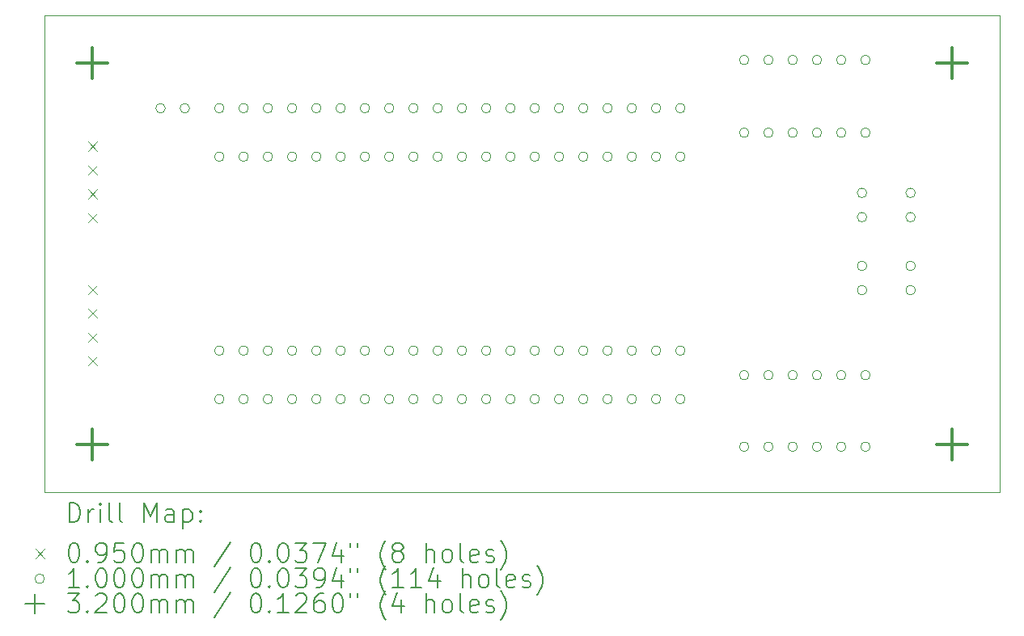
<source format=gbr>
%TF.GenerationSoftware,KiCad,Pcbnew,7.0.5*%
%TF.CreationDate,2023-06-29T23:29:49-06:00*%
%TF.ProjectId,speedy-breakout,73706565-6479-42d6-9272-65616b6f7574,1.0*%
%TF.SameCoordinates,Original*%
%TF.FileFunction,Drillmap*%
%TF.FilePolarity,Positive*%
%FSLAX45Y45*%
G04 Gerber Fmt 4.5, Leading zero omitted, Abs format (unit mm)*
G04 Created by KiCad (PCBNEW 7.0.5) date 2023-06-29 23:29:49*
%MOMM*%
%LPD*%
G01*
G04 APERTURE LIST*
%ADD10C,0.025400*%
%ADD11C,0.200000*%
%ADD12C,0.095000*%
%ADD13C,0.100000*%
%ADD14C,0.320000*%
G04 APERTURE END LIST*
D10*
X10000000Y-7500000D02*
X20000000Y-7500000D01*
X20000000Y-12500000D01*
X10000000Y-12500000D01*
X10000000Y-7500000D01*
D11*
D12*
X10452500Y-8827500D02*
X10547500Y-8922500D01*
X10547500Y-8827500D02*
X10452500Y-8922500D01*
X10452500Y-9077500D02*
X10547500Y-9172500D01*
X10547500Y-9077500D02*
X10452500Y-9172500D01*
X10452500Y-9327500D02*
X10547500Y-9422500D01*
X10547500Y-9327500D02*
X10452500Y-9422500D01*
X10452500Y-9577500D02*
X10547500Y-9672500D01*
X10547500Y-9577500D02*
X10452500Y-9672500D01*
X10452500Y-10327500D02*
X10547500Y-10422500D01*
X10547500Y-10327500D02*
X10452500Y-10422500D01*
X10452500Y-10577500D02*
X10547500Y-10672500D01*
X10547500Y-10577500D02*
X10452500Y-10672500D01*
X10452500Y-10827500D02*
X10547500Y-10922500D01*
X10547500Y-10827500D02*
X10452500Y-10922500D01*
X10452500Y-11077500D02*
X10547500Y-11172500D01*
X10547500Y-11077500D02*
X10452500Y-11172500D01*
D13*
X11263500Y-8476040D02*
G75*
G03*
X11263500Y-8476040I-50000J0D01*
G01*
X11517500Y-8476040D02*
G75*
G03*
X11517500Y-8476040I-50000J0D01*
G01*
X11879220Y-8476040D02*
G75*
G03*
X11879220Y-8476040I-50000J0D01*
G01*
X11879220Y-8984040D02*
G75*
G03*
X11879220Y-8984040I-50000J0D01*
G01*
X11879220Y-11016040D02*
G75*
G03*
X11879220Y-11016040I-50000J0D01*
G01*
X11879220Y-11524040D02*
G75*
G03*
X11879220Y-11524040I-50000J0D01*
G01*
X12133220Y-8476040D02*
G75*
G03*
X12133220Y-8476040I-50000J0D01*
G01*
X12133220Y-8984040D02*
G75*
G03*
X12133220Y-8984040I-50000J0D01*
G01*
X12133220Y-11016040D02*
G75*
G03*
X12133220Y-11016040I-50000J0D01*
G01*
X12133220Y-11524040D02*
G75*
G03*
X12133220Y-11524040I-50000J0D01*
G01*
X12387220Y-8476040D02*
G75*
G03*
X12387220Y-8476040I-50000J0D01*
G01*
X12387220Y-8984040D02*
G75*
G03*
X12387220Y-8984040I-50000J0D01*
G01*
X12387220Y-11016040D02*
G75*
G03*
X12387220Y-11016040I-50000J0D01*
G01*
X12387220Y-11524040D02*
G75*
G03*
X12387220Y-11524040I-50000J0D01*
G01*
X12641220Y-8476040D02*
G75*
G03*
X12641220Y-8476040I-50000J0D01*
G01*
X12641220Y-8984040D02*
G75*
G03*
X12641220Y-8984040I-50000J0D01*
G01*
X12641220Y-11016040D02*
G75*
G03*
X12641220Y-11016040I-50000J0D01*
G01*
X12641220Y-11524040D02*
G75*
G03*
X12641220Y-11524040I-50000J0D01*
G01*
X12895220Y-8476040D02*
G75*
G03*
X12895220Y-8476040I-50000J0D01*
G01*
X12895220Y-8984040D02*
G75*
G03*
X12895220Y-8984040I-50000J0D01*
G01*
X12895220Y-11016040D02*
G75*
G03*
X12895220Y-11016040I-50000J0D01*
G01*
X12895220Y-11524040D02*
G75*
G03*
X12895220Y-11524040I-50000J0D01*
G01*
X13149220Y-8476040D02*
G75*
G03*
X13149220Y-8476040I-50000J0D01*
G01*
X13149220Y-8984040D02*
G75*
G03*
X13149220Y-8984040I-50000J0D01*
G01*
X13149220Y-11016040D02*
G75*
G03*
X13149220Y-11016040I-50000J0D01*
G01*
X13149220Y-11524040D02*
G75*
G03*
X13149220Y-11524040I-50000J0D01*
G01*
X13403220Y-8476040D02*
G75*
G03*
X13403220Y-8476040I-50000J0D01*
G01*
X13403220Y-8984040D02*
G75*
G03*
X13403220Y-8984040I-50000J0D01*
G01*
X13403220Y-11016040D02*
G75*
G03*
X13403220Y-11016040I-50000J0D01*
G01*
X13403220Y-11524040D02*
G75*
G03*
X13403220Y-11524040I-50000J0D01*
G01*
X13657220Y-8476040D02*
G75*
G03*
X13657220Y-8476040I-50000J0D01*
G01*
X13657220Y-8984040D02*
G75*
G03*
X13657220Y-8984040I-50000J0D01*
G01*
X13657220Y-11016040D02*
G75*
G03*
X13657220Y-11016040I-50000J0D01*
G01*
X13657220Y-11524040D02*
G75*
G03*
X13657220Y-11524040I-50000J0D01*
G01*
X13911220Y-8476040D02*
G75*
G03*
X13911220Y-8476040I-50000J0D01*
G01*
X13911220Y-8984040D02*
G75*
G03*
X13911220Y-8984040I-50000J0D01*
G01*
X13911220Y-11016040D02*
G75*
G03*
X13911220Y-11016040I-50000J0D01*
G01*
X13911220Y-11524040D02*
G75*
G03*
X13911220Y-11524040I-50000J0D01*
G01*
X14165220Y-8476040D02*
G75*
G03*
X14165220Y-8476040I-50000J0D01*
G01*
X14165220Y-8984040D02*
G75*
G03*
X14165220Y-8984040I-50000J0D01*
G01*
X14165220Y-11016040D02*
G75*
G03*
X14165220Y-11016040I-50000J0D01*
G01*
X14165220Y-11524040D02*
G75*
G03*
X14165220Y-11524040I-50000J0D01*
G01*
X14419220Y-8476040D02*
G75*
G03*
X14419220Y-8476040I-50000J0D01*
G01*
X14419220Y-8984040D02*
G75*
G03*
X14419220Y-8984040I-50000J0D01*
G01*
X14419220Y-11016040D02*
G75*
G03*
X14419220Y-11016040I-50000J0D01*
G01*
X14419220Y-11524040D02*
G75*
G03*
X14419220Y-11524040I-50000J0D01*
G01*
X14673220Y-8476040D02*
G75*
G03*
X14673220Y-8476040I-50000J0D01*
G01*
X14673220Y-8984040D02*
G75*
G03*
X14673220Y-8984040I-50000J0D01*
G01*
X14673220Y-11016040D02*
G75*
G03*
X14673220Y-11016040I-50000J0D01*
G01*
X14673220Y-11524040D02*
G75*
G03*
X14673220Y-11524040I-50000J0D01*
G01*
X14927220Y-8476040D02*
G75*
G03*
X14927220Y-8476040I-50000J0D01*
G01*
X14927220Y-8984040D02*
G75*
G03*
X14927220Y-8984040I-50000J0D01*
G01*
X14927220Y-11016040D02*
G75*
G03*
X14927220Y-11016040I-50000J0D01*
G01*
X14927220Y-11524040D02*
G75*
G03*
X14927220Y-11524040I-50000J0D01*
G01*
X15181220Y-8476040D02*
G75*
G03*
X15181220Y-8476040I-50000J0D01*
G01*
X15181220Y-8984040D02*
G75*
G03*
X15181220Y-8984040I-50000J0D01*
G01*
X15181220Y-11016040D02*
G75*
G03*
X15181220Y-11016040I-50000J0D01*
G01*
X15181220Y-11524040D02*
G75*
G03*
X15181220Y-11524040I-50000J0D01*
G01*
X15435220Y-8476040D02*
G75*
G03*
X15435220Y-8476040I-50000J0D01*
G01*
X15435220Y-8984040D02*
G75*
G03*
X15435220Y-8984040I-50000J0D01*
G01*
X15435220Y-11016040D02*
G75*
G03*
X15435220Y-11016040I-50000J0D01*
G01*
X15435220Y-11524040D02*
G75*
G03*
X15435220Y-11524040I-50000J0D01*
G01*
X15689220Y-8476040D02*
G75*
G03*
X15689220Y-8476040I-50000J0D01*
G01*
X15689220Y-8984040D02*
G75*
G03*
X15689220Y-8984040I-50000J0D01*
G01*
X15689220Y-11016040D02*
G75*
G03*
X15689220Y-11016040I-50000J0D01*
G01*
X15689220Y-11524040D02*
G75*
G03*
X15689220Y-11524040I-50000J0D01*
G01*
X15943220Y-8476040D02*
G75*
G03*
X15943220Y-8476040I-50000J0D01*
G01*
X15943220Y-8984040D02*
G75*
G03*
X15943220Y-8984040I-50000J0D01*
G01*
X15943220Y-11016040D02*
G75*
G03*
X15943220Y-11016040I-50000J0D01*
G01*
X15943220Y-11524040D02*
G75*
G03*
X15943220Y-11524040I-50000J0D01*
G01*
X16197220Y-8476040D02*
G75*
G03*
X16197220Y-8476040I-50000J0D01*
G01*
X16197220Y-8984040D02*
G75*
G03*
X16197220Y-8984040I-50000J0D01*
G01*
X16197220Y-11016040D02*
G75*
G03*
X16197220Y-11016040I-50000J0D01*
G01*
X16197220Y-11524040D02*
G75*
G03*
X16197220Y-11524040I-50000J0D01*
G01*
X16451220Y-8476040D02*
G75*
G03*
X16451220Y-8476040I-50000J0D01*
G01*
X16451220Y-8984040D02*
G75*
G03*
X16451220Y-8984040I-50000J0D01*
G01*
X16451220Y-11016040D02*
G75*
G03*
X16451220Y-11016040I-50000J0D01*
G01*
X16451220Y-11524040D02*
G75*
G03*
X16451220Y-11524040I-50000J0D01*
G01*
X16705220Y-8476040D02*
G75*
G03*
X16705220Y-8476040I-50000J0D01*
G01*
X16705220Y-8984040D02*
G75*
G03*
X16705220Y-8984040I-50000J0D01*
G01*
X16705220Y-11016040D02*
G75*
G03*
X16705220Y-11016040I-50000J0D01*
G01*
X16705220Y-11524040D02*
G75*
G03*
X16705220Y-11524040I-50000J0D01*
G01*
X17373000Y-7970540D02*
G75*
G03*
X17373000Y-7970540I-50000J0D01*
G01*
X17373000Y-8732540D02*
G75*
G03*
X17373000Y-8732540I-50000J0D01*
G01*
X17373000Y-11272540D02*
G75*
G03*
X17373000Y-11272540I-50000J0D01*
G01*
X17373000Y-12023000D02*
G75*
G03*
X17373000Y-12023000I-50000J0D01*
G01*
X17627000Y-7970540D02*
G75*
G03*
X17627000Y-7970540I-50000J0D01*
G01*
X17627000Y-8732540D02*
G75*
G03*
X17627000Y-8732540I-50000J0D01*
G01*
X17627000Y-11272540D02*
G75*
G03*
X17627000Y-11272540I-50000J0D01*
G01*
X17627000Y-12023000D02*
G75*
G03*
X17627000Y-12023000I-50000J0D01*
G01*
X17881000Y-7970540D02*
G75*
G03*
X17881000Y-7970540I-50000J0D01*
G01*
X17881000Y-8732540D02*
G75*
G03*
X17881000Y-8732540I-50000J0D01*
G01*
X17881000Y-11272540D02*
G75*
G03*
X17881000Y-11272540I-50000J0D01*
G01*
X17881000Y-12023000D02*
G75*
G03*
X17881000Y-12023000I-50000J0D01*
G01*
X18135000Y-7970540D02*
G75*
G03*
X18135000Y-7970540I-50000J0D01*
G01*
X18135000Y-8732540D02*
G75*
G03*
X18135000Y-8732540I-50000J0D01*
G01*
X18135000Y-11272540D02*
G75*
G03*
X18135000Y-11272540I-50000J0D01*
G01*
X18135000Y-12023000D02*
G75*
G03*
X18135000Y-12023000I-50000J0D01*
G01*
X18389000Y-7970540D02*
G75*
G03*
X18389000Y-7970540I-50000J0D01*
G01*
X18389000Y-8732540D02*
G75*
G03*
X18389000Y-8732540I-50000J0D01*
G01*
X18389000Y-11272540D02*
G75*
G03*
X18389000Y-11272540I-50000J0D01*
G01*
X18389000Y-12023000D02*
G75*
G03*
X18389000Y-12023000I-50000J0D01*
G01*
X18607000Y-9363500D02*
G75*
G03*
X18607000Y-9363500I-50000J0D01*
G01*
X18607000Y-9617500D02*
G75*
G03*
X18607000Y-9617500I-50000J0D01*
G01*
X18607000Y-10128500D02*
G75*
G03*
X18607000Y-10128500I-50000J0D01*
G01*
X18607000Y-10382500D02*
G75*
G03*
X18607000Y-10382500I-50000J0D01*
G01*
X18643000Y-7970540D02*
G75*
G03*
X18643000Y-7970540I-50000J0D01*
G01*
X18643000Y-8732540D02*
G75*
G03*
X18643000Y-8732540I-50000J0D01*
G01*
X18643000Y-11272540D02*
G75*
G03*
X18643000Y-11272540I-50000J0D01*
G01*
X18643000Y-12023000D02*
G75*
G03*
X18643000Y-12023000I-50000J0D01*
G01*
X19115000Y-9363500D02*
G75*
G03*
X19115000Y-9363500I-50000J0D01*
G01*
X19115000Y-9617500D02*
G75*
G03*
X19115000Y-9617500I-50000J0D01*
G01*
X19115000Y-10128500D02*
G75*
G03*
X19115000Y-10128500I-50000J0D01*
G01*
X19115000Y-10382500D02*
G75*
G03*
X19115000Y-10382500I-50000J0D01*
G01*
D14*
X10500000Y-7840000D02*
X10500000Y-8160000D01*
X10340000Y-8000000D02*
X10660000Y-8000000D01*
X10500000Y-11840000D02*
X10500000Y-12160000D01*
X10340000Y-12000000D02*
X10660000Y-12000000D01*
X19500000Y-7840000D02*
X19500000Y-8160000D01*
X19340000Y-8000000D02*
X19660000Y-8000000D01*
X19500000Y-11840000D02*
X19500000Y-12160000D01*
X19340000Y-12000000D02*
X19660000Y-12000000D01*
D11*
X10259507Y-12812754D02*
X10259507Y-12612754D01*
X10259507Y-12612754D02*
X10307126Y-12612754D01*
X10307126Y-12612754D02*
X10335697Y-12622278D01*
X10335697Y-12622278D02*
X10354745Y-12641325D01*
X10354745Y-12641325D02*
X10364269Y-12660373D01*
X10364269Y-12660373D02*
X10373793Y-12698468D01*
X10373793Y-12698468D02*
X10373793Y-12727039D01*
X10373793Y-12727039D02*
X10364269Y-12765135D01*
X10364269Y-12765135D02*
X10354745Y-12784182D01*
X10354745Y-12784182D02*
X10335697Y-12803230D01*
X10335697Y-12803230D02*
X10307126Y-12812754D01*
X10307126Y-12812754D02*
X10259507Y-12812754D01*
X10459507Y-12812754D02*
X10459507Y-12679420D01*
X10459507Y-12717516D02*
X10469031Y-12698468D01*
X10469031Y-12698468D02*
X10478554Y-12688944D01*
X10478554Y-12688944D02*
X10497602Y-12679420D01*
X10497602Y-12679420D02*
X10516650Y-12679420D01*
X10583316Y-12812754D02*
X10583316Y-12679420D01*
X10583316Y-12612754D02*
X10573793Y-12622278D01*
X10573793Y-12622278D02*
X10583316Y-12631801D01*
X10583316Y-12631801D02*
X10592840Y-12622278D01*
X10592840Y-12622278D02*
X10583316Y-12612754D01*
X10583316Y-12612754D02*
X10583316Y-12631801D01*
X10707126Y-12812754D02*
X10688078Y-12803230D01*
X10688078Y-12803230D02*
X10678554Y-12784182D01*
X10678554Y-12784182D02*
X10678554Y-12612754D01*
X10811888Y-12812754D02*
X10792840Y-12803230D01*
X10792840Y-12803230D02*
X10783316Y-12784182D01*
X10783316Y-12784182D02*
X10783316Y-12612754D01*
X11040459Y-12812754D02*
X11040459Y-12612754D01*
X11040459Y-12612754D02*
X11107126Y-12755611D01*
X11107126Y-12755611D02*
X11173793Y-12612754D01*
X11173793Y-12612754D02*
X11173793Y-12812754D01*
X11354745Y-12812754D02*
X11354745Y-12707992D01*
X11354745Y-12707992D02*
X11345221Y-12688944D01*
X11345221Y-12688944D02*
X11326173Y-12679420D01*
X11326173Y-12679420D02*
X11288078Y-12679420D01*
X11288078Y-12679420D02*
X11269031Y-12688944D01*
X11354745Y-12803230D02*
X11335697Y-12812754D01*
X11335697Y-12812754D02*
X11288078Y-12812754D01*
X11288078Y-12812754D02*
X11269031Y-12803230D01*
X11269031Y-12803230D02*
X11259507Y-12784182D01*
X11259507Y-12784182D02*
X11259507Y-12765135D01*
X11259507Y-12765135D02*
X11269031Y-12746087D01*
X11269031Y-12746087D02*
X11288078Y-12736563D01*
X11288078Y-12736563D02*
X11335697Y-12736563D01*
X11335697Y-12736563D02*
X11354745Y-12727039D01*
X11449983Y-12679420D02*
X11449983Y-12879420D01*
X11449983Y-12688944D02*
X11469031Y-12679420D01*
X11469031Y-12679420D02*
X11507126Y-12679420D01*
X11507126Y-12679420D02*
X11526173Y-12688944D01*
X11526173Y-12688944D02*
X11535697Y-12698468D01*
X11535697Y-12698468D02*
X11545221Y-12717516D01*
X11545221Y-12717516D02*
X11545221Y-12774658D01*
X11545221Y-12774658D02*
X11535697Y-12793706D01*
X11535697Y-12793706D02*
X11526173Y-12803230D01*
X11526173Y-12803230D02*
X11507126Y-12812754D01*
X11507126Y-12812754D02*
X11469031Y-12812754D01*
X11469031Y-12812754D02*
X11449983Y-12803230D01*
X11630935Y-12793706D02*
X11640459Y-12803230D01*
X11640459Y-12803230D02*
X11630935Y-12812754D01*
X11630935Y-12812754D02*
X11621412Y-12803230D01*
X11621412Y-12803230D02*
X11630935Y-12793706D01*
X11630935Y-12793706D02*
X11630935Y-12812754D01*
X11630935Y-12688944D02*
X11640459Y-12698468D01*
X11640459Y-12698468D02*
X11630935Y-12707992D01*
X11630935Y-12707992D02*
X11621412Y-12698468D01*
X11621412Y-12698468D02*
X11630935Y-12688944D01*
X11630935Y-12688944D02*
X11630935Y-12707992D01*
D12*
X9903730Y-13093770D02*
X9998730Y-13188770D01*
X9998730Y-13093770D02*
X9903730Y-13188770D01*
D11*
X10297602Y-13032754D02*
X10316650Y-13032754D01*
X10316650Y-13032754D02*
X10335697Y-13042278D01*
X10335697Y-13042278D02*
X10345221Y-13051801D01*
X10345221Y-13051801D02*
X10354745Y-13070849D01*
X10354745Y-13070849D02*
X10364269Y-13108944D01*
X10364269Y-13108944D02*
X10364269Y-13156563D01*
X10364269Y-13156563D02*
X10354745Y-13194658D01*
X10354745Y-13194658D02*
X10345221Y-13213706D01*
X10345221Y-13213706D02*
X10335697Y-13223230D01*
X10335697Y-13223230D02*
X10316650Y-13232754D01*
X10316650Y-13232754D02*
X10297602Y-13232754D01*
X10297602Y-13232754D02*
X10278554Y-13223230D01*
X10278554Y-13223230D02*
X10269031Y-13213706D01*
X10269031Y-13213706D02*
X10259507Y-13194658D01*
X10259507Y-13194658D02*
X10249983Y-13156563D01*
X10249983Y-13156563D02*
X10249983Y-13108944D01*
X10249983Y-13108944D02*
X10259507Y-13070849D01*
X10259507Y-13070849D02*
X10269031Y-13051801D01*
X10269031Y-13051801D02*
X10278554Y-13042278D01*
X10278554Y-13042278D02*
X10297602Y-13032754D01*
X10449983Y-13213706D02*
X10459507Y-13223230D01*
X10459507Y-13223230D02*
X10449983Y-13232754D01*
X10449983Y-13232754D02*
X10440459Y-13223230D01*
X10440459Y-13223230D02*
X10449983Y-13213706D01*
X10449983Y-13213706D02*
X10449983Y-13232754D01*
X10554745Y-13232754D02*
X10592840Y-13232754D01*
X10592840Y-13232754D02*
X10611888Y-13223230D01*
X10611888Y-13223230D02*
X10621412Y-13213706D01*
X10621412Y-13213706D02*
X10640459Y-13185135D01*
X10640459Y-13185135D02*
X10649983Y-13147039D01*
X10649983Y-13147039D02*
X10649983Y-13070849D01*
X10649983Y-13070849D02*
X10640459Y-13051801D01*
X10640459Y-13051801D02*
X10630935Y-13042278D01*
X10630935Y-13042278D02*
X10611888Y-13032754D01*
X10611888Y-13032754D02*
X10573793Y-13032754D01*
X10573793Y-13032754D02*
X10554745Y-13042278D01*
X10554745Y-13042278D02*
X10545221Y-13051801D01*
X10545221Y-13051801D02*
X10535697Y-13070849D01*
X10535697Y-13070849D02*
X10535697Y-13118468D01*
X10535697Y-13118468D02*
X10545221Y-13137516D01*
X10545221Y-13137516D02*
X10554745Y-13147039D01*
X10554745Y-13147039D02*
X10573793Y-13156563D01*
X10573793Y-13156563D02*
X10611888Y-13156563D01*
X10611888Y-13156563D02*
X10630935Y-13147039D01*
X10630935Y-13147039D02*
X10640459Y-13137516D01*
X10640459Y-13137516D02*
X10649983Y-13118468D01*
X10830935Y-13032754D02*
X10735697Y-13032754D01*
X10735697Y-13032754D02*
X10726174Y-13127992D01*
X10726174Y-13127992D02*
X10735697Y-13118468D01*
X10735697Y-13118468D02*
X10754745Y-13108944D01*
X10754745Y-13108944D02*
X10802364Y-13108944D01*
X10802364Y-13108944D02*
X10821412Y-13118468D01*
X10821412Y-13118468D02*
X10830935Y-13127992D01*
X10830935Y-13127992D02*
X10840459Y-13147039D01*
X10840459Y-13147039D02*
X10840459Y-13194658D01*
X10840459Y-13194658D02*
X10830935Y-13213706D01*
X10830935Y-13213706D02*
X10821412Y-13223230D01*
X10821412Y-13223230D02*
X10802364Y-13232754D01*
X10802364Y-13232754D02*
X10754745Y-13232754D01*
X10754745Y-13232754D02*
X10735697Y-13223230D01*
X10735697Y-13223230D02*
X10726174Y-13213706D01*
X10964269Y-13032754D02*
X10983316Y-13032754D01*
X10983316Y-13032754D02*
X11002364Y-13042278D01*
X11002364Y-13042278D02*
X11011888Y-13051801D01*
X11011888Y-13051801D02*
X11021412Y-13070849D01*
X11021412Y-13070849D02*
X11030935Y-13108944D01*
X11030935Y-13108944D02*
X11030935Y-13156563D01*
X11030935Y-13156563D02*
X11021412Y-13194658D01*
X11021412Y-13194658D02*
X11011888Y-13213706D01*
X11011888Y-13213706D02*
X11002364Y-13223230D01*
X11002364Y-13223230D02*
X10983316Y-13232754D01*
X10983316Y-13232754D02*
X10964269Y-13232754D01*
X10964269Y-13232754D02*
X10945221Y-13223230D01*
X10945221Y-13223230D02*
X10935697Y-13213706D01*
X10935697Y-13213706D02*
X10926174Y-13194658D01*
X10926174Y-13194658D02*
X10916650Y-13156563D01*
X10916650Y-13156563D02*
X10916650Y-13108944D01*
X10916650Y-13108944D02*
X10926174Y-13070849D01*
X10926174Y-13070849D02*
X10935697Y-13051801D01*
X10935697Y-13051801D02*
X10945221Y-13042278D01*
X10945221Y-13042278D02*
X10964269Y-13032754D01*
X11116650Y-13232754D02*
X11116650Y-13099420D01*
X11116650Y-13118468D02*
X11126174Y-13108944D01*
X11126174Y-13108944D02*
X11145221Y-13099420D01*
X11145221Y-13099420D02*
X11173793Y-13099420D01*
X11173793Y-13099420D02*
X11192840Y-13108944D01*
X11192840Y-13108944D02*
X11202364Y-13127992D01*
X11202364Y-13127992D02*
X11202364Y-13232754D01*
X11202364Y-13127992D02*
X11211888Y-13108944D01*
X11211888Y-13108944D02*
X11230935Y-13099420D01*
X11230935Y-13099420D02*
X11259507Y-13099420D01*
X11259507Y-13099420D02*
X11278554Y-13108944D01*
X11278554Y-13108944D02*
X11288078Y-13127992D01*
X11288078Y-13127992D02*
X11288078Y-13232754D01*
X11383316Y-13232754D02*
X11383316Y-13099420D01*
X11383316Y-13118468D02*
X11392840Y-13108944D01*
X11392840Y-13108944D02*
X11411888Y-13099420D01*
X11411888Y-13099420D02*
X11440459Y-13099420D01*
X11440459Y-13099420D02*
X11459507Y-13108944D01*
X11459507Y-13108944D02*
X11469031Y-13127992D01*
X11469031Y-13127992D02*
X11469031Y-13232754D01*
X11469031Y-13127992D02*
X11478554Y-13108944D01*
X11478554Y-13108944D02*
X11497602Y-13099420D01*
X11497602Y-13099420D02*
X11526173Y-13099420D01*
X11526173Y-13099420D02*
X11545221Y-13108944D01*
X11545221Y-13108944D02*
X11554745Y-13127992D01*
X11554745Y-13127992D02*
X11554745Y-13232754D01*
X11945221Y-13023230D02*
X11773793Y-13280373D01*
X12202364Y-13032754D02*
X12221412Y-13032754D01*
X12221412Y-13032754D02*
X12240459Y-13042278D01*
X12240459Y-13042278D02*
X12249983Y-13051801D01*
X12249983Y-13051801D02*
X12259507Y-13070849D01*
X12259507Y-13070849D02*
X12269031Y-13108944D01*
X12269031Y-13108944D02*
X12269031Y-13156563D01*
X12269031Y-13156563D02*
X12259507Y-13194658D01*
X12259507Y-13194658D02*
X12249983Y-13213706D01*
X12249983Y-13213706D02*
X12240459Y-13223230D01*
X12240459Y-13223230D02*
X12221412Y-13232754D01*
X12221412Y-13232754D02*
X12202364Y-13232754D01*
X12202364Y-13232754D02*
X12183316Y-13223230D01*
X12183316Y-13223230D02*
X12173793Y-13213706D01*
X12173793Y-13213706D02*
X12164269Y-13194658D01*
X12164269Y-13194658D02*
X12154745Y-13156563D01*
X12154745Y-13156563D02*
X12154745Y-13108944D01*
X12154745Y-13108944D02*
X12164269Y-13070849D01*
X12164269Y-13070849D02*
X12173793Y-13051801D01*
X12173793Y-13051801D02*
X12183316Y-13042278D01*
X12183316Y-13042278D02*
X12202364Y-13032754D01*
X12354745Y-13213706D02*
X12364269Y-13223230D01*
X12364269Y-13223230D02*
X12354745Y-13232754D01*
X12354745Y-13232754D02*
X12345221Y-13223230D01*
X12345221Y-13223230D02*
X12354745Y-13213706D01*
X12354745Y-13213706D02*
X12354745Y-13232754D01*
X12488078Y-13032754D02*
X12507126Y-13032754D01*
X12507126Y-13032754D02*
X12526174Y-13042278D01*
X12526174Y-13042278D02*
X12535697Y-13051801D01*
X12535697Y-13051801D02*
X12545221Y-13070849D01*
X12545221Y-13070849D02*
X12554745Y-13108944D01*
X12554745Y-13108944D02*
X12554745Y-13156563D01*
X12554745Y-13156563D02*
X12545221Y-13194658D01*
X12545221Y-13194658D02*
X12535697Y-13213706D01*
X12535697Y-13213706D02*
X12526174Y-13223230D01*
X12526174Y-13223230D02*
X12507126Y-13232754D01*
X12507126Y-13232754D02*
X12488078Y-13232754D01*
X12488078Y-13232754D02*
X12469031Y-13223230D01*
X12469031Y-13223230D02*
X12459507Y-13213706D01*
X12459507Y-13213706D02*
X12449983Y-13194658D01*
X12449983Y-13194658D02*
X12440459Y-13156563D01*
X12440459Y-13156563D02*
X12440459Y-13108944D01*
X12440459Y-13108944D02*
X12449983Y-13070849D01*
X12449983Y-13070849D02*
X12459507Y-13051801D01*
X12459507Y-13051801D02*
X12469031Y-13042278D01*
X12469031Y-13042278D02*
X12488078Y-13032754D01*
X12621412Y-13032754D02*
X12745221Y-13032754D01*
X12745221Y-13032754D02*
X12678555Y-13108944D01*
X12678555Y-13108944D02*
X12707126Y-13108944D01*
X12707126Y-13108944D02*
X12726174Y-13118468D01*
X12726174Y-13118468D02*
X12735697Y-13127992D01*
X12735697Y-13127992D02*
X12745221Y-13147039D01*
X12745221Y-13147039D02*
X12745221Y-13194658D01*
X12745221Y-13194658D02*
X12735697Y-13213706D01*
X12735697Y-13213706D02*
X12726174Y-13223230D01*
X12726174Y-13223230D02*
X12707126Y-13232754D01*
X12707126Y-13232754D02*
X12649983Y-13232754D01*
X12649983Y-13232754D02*
X12630936Y-13223230D01*
X12630936Y-13223230D02*
X12621412Y-13213706D01*
X12811888Y-13032754D02*
X12945221Y-13032754D01*
X12945221Y-13032754D02*
X12859507Y-13232754D01*
X13107126Y-13099420D02*
X13107126Y-13232754D01*
X13059507Y-13023230D02*
X13011888Y-13166087D01*
X13011888Y-13166087D02*
X13135697Y-13166087D01*
X13202364Y-13032754D02*
X13202364Y-13070849D01*
X13278555Y-13032754D02*
X13278555Y-13070849D01*
X13573793Y-13308944D02*
X13564269Y-13299420D01*
X13564269Y-13299420D02*
X13545221Y-13270849D01*
X13545221Y-13270849D02*
X13535698Y-13251801D01*
X13535698Y-13251801D02*
X13526174Y-13223230D01*
X13526174Y-13223230D02*
X13516650Y-13175611D01*
X13516650Y-13175611D02*
X13516650Y-13137516D01*
X13516650Y-13137516D02*
X13526174Y-13089897D01*
X13526174Y-13089897D02*
X13535698Y-13061325D01*
X13535698Y-13061325D02*
X13545221Y-13042278D01*
X13545221Y-13042278D02*
X13564269Y-13013706D01*
X13564269Y-13013706D02*
X13573793Y-13004182D01*
X13678555Y-13118468D02*
X13659507Y-13108944D01*
X13659507Y-13108944D02*
X13649983Y-13099420D01*
X13649983Y-13099420D02*
X13640459Y-13080373D01*
X13640459Y-13080373D02*
X13640459Y-13070849D01*
X13640459Y-13070849D02*
X13649983Y-13051801D01*
X13649983Y-13051801D02*
X13659507Y-13042278D01*
X13659507Y-13042278D02*
X13678555Y-13032754D01*
X13678555Y-13032754D02*
X13716650Y-13032754D01*
X13716650Y-13032754D02*
X13735698Y-13042278D01*
X13735698Y-13042278D02*
X13745221Y-13051801D01*
X13745221Y-13051801D02*
X13754745Y-13070849D01*
X13754745Y-13070849D02*
X13754745Y-13080373D01*
X13754745Y-13080373D02*
X13745221Y-13099420D01*
X13745221Y-13099420D02*
X13735698Y-13108944D01*
X13735698Y-13108944D02*
X13716650Y-13118468D01*
X13716650Y-13118468D02*
X13678555Y-13118468D01*
X13678555Y-13118468D02*
X13659507Y-13127992D01*
X13659507Y-13127992D02*
X13649983Y-13137516D01*
X13649983Y-13137516D02*
X13640459Y-13156563D01*
X13640459Y-13156563D02*
X13640459Y-13194658D01*
X13640459Y-13194658D02*
X13649983Y-13213706D01*
X13649983Y-13213706D02*
X13659507Y-13223230D01*
X13659507Y-13223230D02*
X13678555Y-13232754D01*
X13678555Y-13232754D02*
X13716650Y-13232754D01*
X13716650Y-13232754D02*
X13735698Y-13223230D01*
X13735698Y-13223230D02*
X13745221Y-13213706D01*
X13745221Y-13213706D02*
X13754745Y-13194658D01*
X13754745Y-13194658D02*
X13754745Y-13156563D01*
X13754745Y-13156563D02*
X13745221Y-13137516D01*
X13745221Y-13137516D02*
X13735698Y-13127992D01*
X13735698Y-13127992D02*
X13716650Y-13118468D01*
X13992840Y-13232754D02*
X13992840Y-13032754D01*
X14078555Y-13232754D02*
X14078555Y-13127992D01*
X14078555Y-13127992D02*
X14069031Y-13108944D01*
X14069031Y-13108944D02*
X14049983Y-13099420D01*
X14049983Y-13099420D02*
X14021412Y-13099420D01*
X14021412Y-13099420D02*
X14002364Y-13108944D01*
X14002364Y-13108944D02*
X13992840Y-13118468D01*
X14202364Y-13232754D02*
X14183317Y-13223230D01*
X14183317Y-13223230D02*
X14173793Y-13213706D01*
X14173793Y-13213706D02*
X14164269Y-13194658D01*
X14164269Y-13194658D02*
X14164269Y-13137516D01*
X14164269Y-13137516D02*
X14173793Y-13118468D01*
X14173793Y-13118468D02*
X14183317Y-13108944D01*
X14183317Y-13108944D02*
X14202364Y-13099420D01*
X14202364Y-13099420D02*
X14230936Y-13099420D01*
X14230936Y-13099420D02*
X14249983Y-13108944D01*
X14249983Y-13108944D02*
X14259507Y-13118468D01*
X14259507Y-13118468D02*
X14269031Y-13137516D01*
X14269031Y-13137516D02*
X14269031Y-13194658D01*
X14269031Y-13194658D02*
X14259507Y-13213706D01*
X14259507Y-13213706D02*
X14249983Y-13223230D01*
X14249983Y-13223230D02*
X14230936Y-13232754D01*
X14230936Y-13232754D02*
X14202364Y-13232754D01*
X14383317Y-13232754D02*
X14364269Y-13223230D01*
X14364269Y-13223230D02*
X14354745Y-13204182D01*
X14354745Y-13204182D02*
X14354745Y-13032754D01*
X14535698Y-13223230D02*
X14516650Y-13232754D01*
X14516650Y-13232754D02*
X14478555Y-13232754D01*
X14478555Y-13232754D02*
X14459507Y-13223230D01*
X14459507Y-13223230D02*
X14449983Y-13204182D01*
X14449983Y-13204182D02*
X14449983Y-13127992D01*
X14449983Y-13127992D02*
X14459507Y-13108944D01*
X14459507Y-13108944D02*
X14478555Y-13099420D01*
X14478555Y-13099420D02*
X14516650Y-13099420D01*
X14516650Y-13099420D02*
X14535698Y-13108944D01*
X14535698Y-13108944D02*
X14545221Y-13127992D01*
X14545221Y-13127992D02*
X14545221Y-13147039D01*
X14545221Y-13147039D02*
X14449983Y-13166087D01*
X14621412Y-13223230D02*
X14640460Y-13232754D01*
X14640460Y-13232754D02*
X14678555Y-13232754D01*
X14678555Y-13232754D02*
X14697602Y-13223230D01*
X14697602Y-13223230D02*
X14707126Y-13204182D01*
X14707126Y-13204182D02*
X14707126Y-13194658D01*
X14707126Y-13194658D02*
X14697602Y-13175611D01*
X14697602Y-13175611D02*
X14678555Y-13166087D01*
X14678555Y-13166087D02*
X14649983Y-13166087D01*
X14649983Y-13166087D02*
X14630936Y-13156563D01*
X14630936Y-13156563D02*
X14621412Y-13137516D01*
X14621412Y-13137516D02*
X14621412Y-13127992D01*
X14621412Y-13127992D02*
X14630936Y-13108944D01*
X14630936Y-13108944D02*
X14649983Y-13099420D01*
X14649983Y-13099420D02*
X14678555Y-13099420D01*
X14678555Y-13099420D02*
X14697602Y-13108944D01*
X14773793Y-13308944D02*
X14783317Y-13299420D01*
X14783317Y-13299420D02*
X14802364Y-13270849D01*
X14802364Y-13270849D02*
X14811888Y-13251801D01*
X14811888Y-13251801D02*
X14821412Y-13223230D01*
X14821412Y-13223230D02*
X14830936Y-13175611D01*
X14830936Y-13175611D02*
X14830936Y-13137516D01*
X14830936Y-13137516D02*
X14821412Y-13089897D01*
X14821412Y-13089897D02*
X14811888Y-13061325D01*
X14811888Y-13061325D02*
X14802364Y-13042278D01*
X14802364Y-13042278D02*
X14783317Y-13013706D01*
X14783317Y-13013706D02*
X14773793Y-13004182D01*
D13*
X9998730Y-13405270D02*
G75*
G03*
X9998730Y-13405270I-50000J0D01*
G01*
D11*
X10364269Y-13496754D02*
X10249983Y-13496754D01*
X10307126Y-13496754D02*
X10307126Y-13296754D01*
X10307126Y-13296754D02*
X10288078Y-13325325D01*
X10288078Y-13325325D02*
X10269031Y-13344373D01*
X10269031Y-13344373D02*
X10249983Y-13353897D01*
X10449983Y-13477706D02*
X10459507Y-13487230D01*
X10459507Y-13487230D02*
X10449983Y-13496754D01*
X10449983Y-13496754D02*
X10440459Y-13487230D01*
X10440459Y-13487230D02*
X10449983Y-13477706D01*
X10449983Y-13477706D02*
X10449983Y-13496754D01*
X10583316Y-13296754D02*
X10602364Y-13296754D01*
X10602364Y-13296754D02*
X10621412Y-13306278D01*
X10621412Y-13306278D02*
X10630935Y-13315801D01*
X10630935Y-13315801D02*
X10640459Y-13334849D01*
X10640459Y-13334849D02*
X10649983Y-13372944D01*
X10649983Y-13372944D02*
X10649983Y-13420563D01*
X10649983Y-13420563D02*
X10640459Y-13458658D01*
X10640459Y-13458658D02*
X10630935Y-13477706D01*
X10630935Y-13477706D02*
X10621412Y-13487230D01*
X10621412Y-13487230D02*
X10602364Y-13496754D01*
X10602364Y-13496754D02*
X10583316Y-13496754D01*
X10583316Y-13496754D02*
X10564269Y-13487230D01*
X10564269Y-13487230D02*
X10554745Y-13477706D01*
X10554745Y-13477706D02*
X10545221Y-13458658D01*
X10545221Y-13458658D02*
X10535697Y-13420563D01*
X10535697Y-13420563D02*
X10535697Y-13372944D01*
X10535697Y-13372944D02*
X10545221Y-13334849D01*
X10545221Y-13334849D02*
X10554745Y-13315801D01*
X10554745Y-13315801D02*
X10564269Y-13306278D01*
X10564269Y-13306278D02*
X10583316Y-13296754D01*
X10773793Y-13296754D02*
X10792840Y-13296754D01*
X10792840Y-13296754D02*
X10811888Y-13306278D01*
X10811888Y-13306278D02*
X10821412Y-13315801D01*
X10821412Y-13315801D02*
X10830935Y-13334849D01*
X10830935Y-13334849D02*
X10840459Y-13372944D01*
X10840459Y-13372944D02*
X10840459Y-13420563D01*
X10840459Y-13420563D02*
X10830935Y-13458658D01*
X10830935Y-13458658D02*
X10821412Y-13477706D01*
X10821412Y-13477706D02*
X10811888Y-13487230D01*
X10811888Y-13487230D02*
X10792840Y-13496754D01*
X10792840Y-13496754D02*
X10773793Y-13496754D01*
X10773793Y-13496754D02*
X10754745Y-13487230D01*
X10754745Y-13487230D02*
X10745221Y-13477706D01*
X10745221Y-13477706D02*
X10735697Y-13458658D01*
X10735697Y-13458658D02*
X10726174Y-13420563D01*
X10726174Y-13420563D02*
X10726174Y-13372944D01*
X10726174Y-13372944D02*
X10735697Y-13334849D01*
X10735697Y-13334849D02*
X10745221Y-13315801D01*
X10745221Y-13315801D02*
X10754745Y-13306278D01*
X10754745Y-13306278D02*
X10773793Y-13296754D01*
X10964269Y-13296754D02*
X10983316Y-13296754D01*
X10983316Y-13296754D02*
X11002364Y-13306278D01*
X11002364Y-13306278D02*
X11011888Y-13315801D01*
X11011888Y-13315801D02*
X11021412Y-13334849D01*
X11021412Y-13334849D02*
X11030935Y-13372944D01*
X11030935Y-13372944D02*
X11030935Y-13420563D01*
X11030935Y-13420563D02*
X11021412Y-13458658D01*
X11021412Y-13458658D02*
X11011888Y-13477706D01*
X11011888Y-13477706D02*
X11002364Y-13487230D01*
X11002364Y-13487230D02*
X10983316Y-13496754D01*
X10983316Y-13496754D02*
X10964269Y-13496754D01*
X10964269Y-13496754D02*
X10945221Y-13487230D01*
X10945221Y-13487230D02*
X10935697Y-13477706D01*
X10935697Y-13477706D02*
X10926174Y-13458658D01*
X10926174Y-13458658D02*
X10916650Y-13420563D01*
X10916650Y-13420563D02*
X10916650Y-13372944D01*
X10916650Y-13372944D02*
X10926174Y-13334849D01*
X10926174Y-13334849D02*
X10935697Y-13315801D01*
X10935697Y-13315801D02*
X10945221Y-13306278D01*
X10945221Y-13306278D02*
X10964269Y-13296754D01*
X11116650Y-13496754D02*
X11116650Y-13363420D01*
X11116650Y-13382468D02*
X11126174Y-13372944D01*
X11126174Y-13372944D02*
X11145221Y-13363420D01*
X11145221Y-13363420D02*
X11173793Y-13363420D01*
X11173793Y-13363420D02*
X11192840Y-13372944D01*
X11192840Y-13372944D02*
X11202364Y-13391992D01*
X11202364Y-13391992D02*
X11202364Y-13496754D01*
X11202364Y-13391992D02*
X11211888Y-13372944D01*
X11211888Y-13372944D02*
X11230935Y-13363420D01*
X11230935Y-13363420D02*
X11259507Y-13363420D01*
X11259507Y-13363420D02*
X11278554Y-13372944D01*
X11278554Y-13372944D02*
X11288078Y-13391992D01*
X11288078Y-13391992D02*
X11288078Y-13496754D01*
X11383316Y-13496754D02*
X11383316Y-13363420D01*
X11383316Y-13382468D02*
X11392840Y-13372944D01*
X11392840Y-13372944D02*
X11411888Y-13363420D01*
X11411888Y-13363420D02*
X11440459Y-13363420D01*
X11440459Y-13363420D02*
X11459507Y-13372944D01*
X11459507Y-13372944D02*
X11469031Y-13391992D01*
X11469031Y-13391992D02*
X11469031Y-13496754D01*
X11469031Y-13391992D02*
X11478554Y-13372944D01*
X11478554Y-13372944D02*
X11497602Y-13363420D01*
X11497602Y-13363420D02*
X11526173Y-13363420D01*
X11526173Y-13363420D02*
X11545221Y-13372944D01*
X11545221Y-13372944D02*
X11554745Y-13391992D01*
X11554745Y-13391992D02*
X11554745Y-13496754D01*
X11945221Y-13287230D02*
X11773793Y-13544373D01*
X12202364Y-13296754D02*
X12221412Y-13296754D01*
X12221412Y-13296754D02*
X12240459Y-13306278D01*
X12240459Y-13306278D02*
X12249983Y-13315801D01*
X12249983Y-13315801D02*
X12259507Y-13334849D01*
X12259507Y-13334849D02*
X12269031Y-13372944D01*
X12269031Y-13372944D02*
X12269031Y-13420563D01*
X12269031Y-13420563D02*
X12259507Y-13458658D01*
X12259507Y-13458658D02*
X12249983Y-13477706D01*
X12249983Y-13477706D02*
X12240459Y-13487230D01*
X12240459Y-13487230D02*
X12221412Y-13496754D01*
X12221412Y-13496754D02*
X12202364Y-13496754D01*
X12202364Y-13496754D02*
X12183316Y-13487230D01*
X12183316Y-13487230D02*
X12173793Y-13477706D01*
X12173793Y-13477706D02*
X12164269Y-13458658D01*
X12164269Y-13458658D02*
X12154745Y-13420563D01*
X12154745Y-13420563D02*
X12154745Y-13372944D01*
X12154745Y-13372944D02*
X12164269Y-13334849D01*
X12164269Y-13334849D02*
X12173793Y-13315801D01*
X12173793Y-13315801D02*
X12183316Y-13306278D01*
X12183316Y-13306278D02*
X12202364Y-13296754D01*
X12354745Y-13477706D02*
X12364269Y-13487230D01*
X12364269Y-13487230D02*
X12354745Y-13496754D01*
X12354745Y-13496754D02*
X12345221Y-13487230D01*
X12345221Y-13487230D02*
X12354745Y-13477706D01*
X12354745Y-13477706D02*
X12354745Y-13496754D01*
X12488078Y-13296754D02*
X12507126Y-13296754D01*
X12507126Y-13296754D02*
X12526174Y-13306278D01*
X12526174Y-13306278D02*
X12535697Y-13315801D01*
X12535697Y-13315801D02*
X12545221Y-13334849D01*
X12545221Y-13334849D02*
X12554745Y-13372944D01*
X12554745Y-13372944D02*
X12554745Y-13420563D01*
X12554745Y-13420563D02*
X12545221Y-13458658D01*
X12545221Y-13458658D02*
X12535697Y-13477706D01*
X12535697Y-13477706D02*
X12526174Y-13487230D01*
X12526174Y-13487230D02*
X12507126Y-13496754D01*
X12507126Y-13496754D02*
X12488078Y-13496754D01*
X12488078Y-13496754D02*
X12469031Y-13487230D01*
X12469031Y-13487230D02*
X12459507Y-13477706D01*
X12459507Y-13477706D02*
X12449983Y-13458658D01*
X12449983Y-13458658D02*
X12440459Y-13420563D01*
X12440459Y-13420563D02*
X12440459Y-13372944D01*
X12440459Y-13372944D02*
X12449983Y-13334849D01*
X12449983Y-13334849D02*
X12459507Y-13315801D01*
X12459507Y-13315801D02*
X12469031Y-13306278D01*
X12469031Y-13306278D02*
X12488078Y-13296754D01*
X12621412Y-13296754D02*
X12745221Y-13296754D01*
X12745221Y-13296754D02*
X12678555Y-13372944D01*
X12678555Y-13372944D02*
X12707126Y-13372944D01*
X12707126Y-13372944D02*
X12726174Y-13382468D01*
X12726174Y-13382468D02*
X12735697Y-13391992D01*
X12735697Y-13391992D02*
X12745221Y-13411039D01*
X12745221Y-13411039D02*
X12745221Y-13458658D01*
X12745221Y-13458658D02*
X12735697Y-13477706D01*
X12735697Y-13477706D02*
X12726174Y-13487230D01*
X12726174Y-13487230D02*
X12707126Y-13496754D01*
X12707126Y-13496754D02*
X12649983Y-13496754D01*
X12649983Y-13496754D02*
X12630936Y-13487230D01*
X12630936Y-13487230D02*
X12621412Y-13477706D01*
X12840459Y-13496754D02*
X12878555Y-13496754D01*
X12878555Y-13496754D02*
X12897602Y-13487230D01*
X12897602Y-13487230D02*
X12907126Y-13477706D01*
X12907126Y-13477706D02*
X12926174Y-13449135D01*
X12926174Y-13449135D02*
X12935697Y-13411039D01*
X12935697Y-13411039D02*
X12935697Y-13334849D01*
X12935697Y-13334849D02*
X12926174Y-13315801D01*
X12926174Y-13315801D02*
X12916650Y-13306278D01*
X12916650Y-13306278D02*
X12897602Y-13296754D01*
X12897602Y-13296754D02*
X12859507Y-13296754D01*
X12859507Y-13296754D02*
X12840459Y-13306278D01*
X12840459Y-13306278D02*
X12830936Y-13315801D01*
X12830936Y-13315801D02*
X12821412Y-13334849D01*
X12821412Y-13334849D02*
X12821412Y-13382468D01*
X12821412Y-13382468D02*
X12830936Y-13401516D01*
X12830936Y-13401516D02*
X12840459Y-13411039D01*
X12840459Y-13411039D02*
X12859507Y-13420563D01*
X12859507Y-13420563D02*
X12897602Y-13420563D01*
X12897602Y-13420563D02*
X12916650Y-13411039D01*
X12916650Y-13411039D02*
X12926174Y-13401516D01*
X12926174Y-13401516D02*
X12935697Y-13382468D01*
X13107126Y-13363420D02*
X13107126Y-13496754D01*
X13059507Y-13287230D02*
X13011888Y-13430087D01*
X13011888Y-13430087D02*
X13135697Y-13430087D01*
X13202364Y-13296754D02*
X13202364Y-13334849D01*
X13278555Y-13296754D02*
X13278555Y-13334849D01*
X13573793Y-13572944D02*
X13564269Y-13563420D01*
X13564269Y-13563420D02*
X13545221Y-13534849D01*
X13545221Y-13534849D02*
X13535698Y-13515801D01*
X13535698Y-13515801D02*
X13526174Y-13487230D01*
X13526174Y-13487230D02*
X13516650Y-13439611D01*
X13516650Y-13439611D02*
X13516650Y-13401516D01*
X13516650Y-13401516D02*
X13526174Y-13353897D01*
X13526174Y-13353897D02*
X13535698Y-13325325D01*
X13535698Y-13325325D02*
X13545221Y-13306278D01*
X13545221Y-13306278D02*
X13564269Y-13277706D01*
X13564269Y-13277706D02*
X13573793Y-13268182D01*
X13754745Y-13496754D02*
X13640459Y-13496754D01*
X13697602Y-13496754D02*
X13697602Y-13296754D01*
X13697602Y-13296754D02*
X13678555Y-13325325D01*
X13678555Y-13325325D02*
X13659507Y-13344373D01*
X13659507Y-13344373D02*
X13640459Y-13353897D01*
X13945221Y-13496754D02*
X13830936Y-13496754D01*
X13888078Y-13496754D02*
X13888078Y-13296754D01*
X13888078Y-13296754D02*
X13869031Y-13325325D01*
X13869031Y-13325325D02*
X13849983Y-13344373D01*
X13849983Y-13344373D02*
X13830936Y-13353897D01*
X14116650Y-13363420D02*
X14116650Y-13496754D01*
X14069031Y-13287230D02*
X14021412Y-13430087D01*
X14021412Y-13430087D02*
X14145221Y-13430087D01*
X14373793Y-13496754D02*
X14373793Y-13296754D01*
X14459507Y-13496754D02*
X14459507Y-13391992D01*
X14459507Y-13391992D02*
X14449983Y-13372944D01*
X14449983Y-13372944D02*
X14430936Y-13363420D01*
X14430936Y-13363420D02*
X14402364Y-13363420D01*
X14402364Y-13363420D02*
X14383317Y-13372944D01*
X14383317Y-13372944D02*
X14373793Y-13382468D01*
X14583317Y-13496754D02*
X14564269Y-13487230D01*
X14564269Y-13487230D02*
X14554745Y-13477706D01*
X14554745Y-13477706D02*
X14545221Y-13458658D01*
X14545221Y-13458658D02*
X14545221Y-13401516D01*
X14545221Y-13401516D02*
X14554745Y-13382468D01*
X14554745Y-13382468D02*
X14564269Y-13372944D01*
X14564269Y-13372944D02*
X14583317Y-13363420D01*
X14583317Y-13363420D02*
X14611888Y-13363420D01*
X14611888Y-13363420D02*
X14630936Y-13372944D01*
X14630936Y-13372944D02*
X14640460Y-13382468D01*
X14640460Y-13382468D02*
X14649983Y-13401516D01*
X14649983Y-13401516D02*
X14649983Y-13458658D01*
X14649983Y-13458658D02*
X14640460Y-13477706D01*
X14640460Y-13477706D02*
X14630936Y-13487230D01*
X14630936Y-13487230D02*
X14611888Y-13496754D01*
X14611888Y-13496754D02*
X14583317Y-13496754D01*
X14764269Y-13496754D02*
X14745221Y-13487230D01*
X14745221Y-13487230D02*
X14735698Y-13468182D01*
X14735698Y-13468182D02*
X14735698Y-13296754D01*
X14916650Y-13487230D02*
X14897602Y-13496754D01*
X14897602Y-13496754D02*
X14859507Y-13496754D01*
X14859507Y-13496754D02*
X14840460Y-13487230D01*
X14840460Y-13487230D02*
X14830936Y-13468182D01*
X14830936Y-13468182D02*
X14830936Y-13391992D01*
X14830936Y-13391992D02*
X14840460Y-13372944D01*
X14840460Y-13372944D02*
X14859507Y-13363420D01*
X14859507Y-13363420D02*
X14897602Y-13363420D01*
X14897602Y-13363420D02*
X14916650Y-13372944D01*
X14916650Y-13372944D02*
X14926174Y-13391992D01*
X14926174Y-13391992D02*
X14926174Y-13411039D01*
X14926174Y-13411039D02*
X14830936Y-13430087D01*
X15002364Y-13487230D02*
X15021412Y-13496754D01*
X15021412Y-13496754D02*
X15059507Y-13496754D01*
X15059507Y-13496754D02*
X15078555Y-13487230D01*
X15078555Y-13487230D02*
X15088079Y-13468182D01*
X15088079Y-13468182D02*
X15088079Y-13458658D01*
X15088079Y-13458658D02*
X15078555Y-13439611D01*
X15078555Y-13439611D02*
X15059507Y-13430087D01*
X15059507Y-13430087D02*
X15030936Y-13430087D01*
X15030936Y-13430087D02*
X15011888Y-13420563D01*
X15011888Y-13420563D02*
X15002364Y-13401516D01*
X15002364Y-13401516D02*
X15002364Y-13391992D01*
X15002364Y-13391992D02*
X15011888Y-13372944D01*
X15011888Y-13372944D02*
X15030936Y-13363420D01*
X15030936Y-13363420D02*
X15059507Y-13363420D01*
X15059507Y-13363420D02*
X15078555Y-13372944D01*
X15154745Y-13572944D02*
X15164269Y-13563420D01*
X15164269Y-13563420D02*
X15183317Y-13534849D01*
X15183317Y-13534849D02*
X15192841Y-13515801D01*
X15192841Y-13515801D02*
X15202364Y-13487230D01*
X15202364Y-13487230D02*
X15211888Y-13439611D01*
X15211888Y-13439611D02*
X15211888Y-13401516D01*
X15211888Y-13401516D02*
X15202364Y-13353897D01*
X15202364Y-13353897D02*
X15192841Y-13325325D01*
X15192841Y-13325325D02*
X15183317Y-13306278D01*
X15183317Y-13306278D02*
X15164269Y-13277706D01*
X15164269Y-13277706D02*
X15154745Y-13268182D01*
X9898730Y-13569270D02*
X9898730Y-13769270D01*
X9798730Y-13669270D02*
X9998730Y-13669270D01*
X10240459Y-13560754D02*
X10364269Y-13560754D01*
X10364269Y-13560754D02*
X10297602Y-13636944D01*
X10297602Y-13636944D02*
X10326174Y-13636944D01*
X10326174Y-13636944D02*
X10345221Y-13646468D01*
X10345221Y-13646468D02*
X10354745Y-13655992D01*
X10354745Y-13655992D02*
X10364269Y-13675039D01*
X10364269Y-13675039D02*
X10364269Y-13722658D01*
X10364269Y-13722658D02*
X10354745Y-13741706D01*
X10354745Y-13741706D02*
X10345221Y-13751230D01*
X10345221Y-13751230D02*
X10326174Y-13760754D01*
X10326174Y-13760754D02*
X10269031Y-13760754D01*
X10269031Y-13760754D02*
X10249983Y-13751230D01*
X10249983Y-13751230D02*
X10240459Y-13741706D01*
X10449983Y-13741706D02*
X10459507Y-13751230D01*
X10459507Y-13751230D02*
X10449983Y-13760754D01*
X10449983Y-13760754D02*
X10440459Y-13751230D01*
X10440459Y-13751230D02*
X10449983Y-13741706D01*
X10449983Y-13741706D02*
X10449983Y-13760754D01*
X10535697Y-13579801D02*
X10545221Y-13570278D01*
X10545221Y-13570278D02*
X10564269Y-13560754D01*
X10564269Y-13560754D02*
X10611888Y-13560754D01*
X10611888Y-13560754D02*
X10630935Y-13570278D01*
X10630935Y-13570278D02*
X10640459Y-13579801D01*
X10640459Y-13579801D02*
X10649983Y-13598849D01*
X10649983Y-13598849D02*
X10649983Y-13617897D01*
X10649983Y-13617897D02*
X10640459Y-13646468D01*
X10640459Y-13646468D02*
X10526174Y-13760754D01*
X10526174Y-13760754D02*
X10649983Y-13760754D01*
X10773793Y-13560754D02*
X10792840Y-13560754D01*
X10792840Y-13560754D02*
X10811888Y-13570278D01*
X10811888Y-13570278D02*
X10821412Y-13579801D01*
X10821412Y-13579801D02*
X10830935Y-13598849D01*
X10830935Y-13598849D02*
X10840459Y-13636944D01*
X10840459Y-13636944D02*
X10840459Y-13684563D01*
X10840459Y-13684563D02*
X10830935Y-13722658D01*
X10830935Y-13722658D02*
X10821412Y-13741706D01*
X10821412Y-13741706D02*
X10811888Y-13751230D01*
X10811888Y-13751230D02*
X10792840Y-13760754D01*
X10792840Y-13760754D02*
X10773793Y-13760754D01*
X10773793Y-13760754D02*
X10754745Y-13751230D01*
X10754745Y-13751230D02*
X10745221Y-13741706D01*
X10745221Y-13741706D02*
X10735697Y-13722658D01*
X10735697Y-13722658D02*
X10726174Y-13684563D01*
X10726174Y-13684563D02*
X10726174Y-13636944D01*
X10726174Y-13636944D02*
X10735697Y-13598849D01*
X10735697Y-13598849D02*
X10745221Y-13579801D01*
X10745221Y-13579801D02*
X10754745Y-13570278D01*
X10754745Y-13570278D02*
X10773793Y-13560754D01*
X10964269Y-13560754D02*
X10983316Y-13560754D01*
X10983316Y-13560754D02*
X11002364Y-13570278D01*
X11002364Y-13570278D02*
X11011888Y-13579801D01*
X11011888Y-13579801D02*
X11021412Y-13598849D01*
X11021412Y-13598849D02*
X11030935Y-13636944D01*
X11030935Y-13636944D02*
X11030935Y-13684563D01*
X11030935Y-13684563D02*
X11021412Y-13722658D01*
X11021412Y-13722658D02*
X11011888Y-13741706D01*
X11011888Y-13741706D02*
X11002364Y-13751230D01*
X11002364Y-13751230D02*
X10983316Y-13760754D01*
X10983316Y-13760754D02*
X10964269Y-13760754D01*
X10964269Y-13760754D02*
X10945221Y-13751230D01*
X10945221Y-13751230D02*
X10935697Y-13741706D01*
X10935697Y-13741706D02*
X10926174Y-13722658D01*
X10926174Y-13722658D02*
X10916650Y-13684563D01*
X10916650Y-13684563D02*
X10916650Y-13636944D01*
X10916650Y-13636944D02*
X10926174Y-13598849D01*
X10926174Y-13598849D02*
X10935697Y-13579801D01*
X10935697Y-13579801D02*
X10945221Y-13570278D01*
X10945221Y-13570278D02*
X10964269Y-13560754D01*
X11116650Y-13760754D02*
X11116650Y-13627420D01*
X11116650Y-13646468D02*
X11126174Y-13636944D01*
X11126174Y-13636944D02*
X11145221Y-13627420D01*
X11145221Y-13627420D02*
X11173793Y-13627420D01*
X11173793Y-13627420D02*
X11192840Y-13636944D01*
X11192840Y-13636944D02*
X11202364Y-13655992D01*
X11202364Y-13655992D02*
X11202364Y-13760754D01*
X11202364Y-13655992D02*
X11211888Y-13636944D01*
X11211888Y-13636944D02*
X11230935Y-13627420D01*
X11230935Y-13627420D02*
X11259507Y-13627420D01*
X11259507Y-13627420D02*
X11278554Y-13636944D01*
X11278554Y-13636944D02*
X11288078Y-13655992D01*
X11288078Y-13655992D02*
X11288078Y-13760754D01*
X11383316Y-13760754D02*
X11383316Y-13627420D01*
X11383316Y-13646468D02*
X11392840Y-13636944D01*
X11392840Y-13636944D02*
X11411888Y-13627420D01*
X11411888Y-13627420D02*
X11440459Y-13627420D01*
X11440459Y-13627420D02*
X11459507Y-13636944D01*
X11459507Y-13636944D02*
X11469031Y-13655992D01*
X11469031Y-13655992D02*
X11469031Y-13760754D01*
X11469031Y-13655992D02*
X11478554Y-13636944D01*
X11478554Y-13636944D02*
X11497602Y-13627420D01*
X11497602Y-13627420D02*
X11526173Y-13627420D01*
X11526173Y-13627420D02*
X11545221Y-13636944D01*
X11545221Y-13636944D02*
X11554745Y-13655992D01*
X11554745Y-13655992D02*
X11554745Y-13760754D01*
X11945221Y-13551230D02*
X11773793Y-13808373D01*
X12202364Y-13560754D02*
X12221412Y-13560754D01*
X12221412Y-13560754D02*
X12240459Y-13570278D01*
X12240459Y-13570278D02*
X12249983Y-13579801D01*
X12249983Y-13579801D02*
X12259507Y-13598849D01*
X12259507Y-13598849D02*
X12269031Y-13636944D01*
X12269031Y-13636944D02*
X12269031Y-13684563D01*
X12269031Y-13684563D02*
X12259507Y-13722658D01*
X12259507Y-13722658D02*
X12249983Y-13741706D01*
X12249983Y-13741706D02*
X12240459Y-13751230D01*
X12240459Y-13751230D02*
X12221412Y-13760754D01*
X12221412Y-13760754D02*
X12202364Y-13760754D01*
X12202364Y-13760754D02*
X12183316Y-13751230D01*
X12183316Y-13751230D02*
X12173793Y-13741706D01*
X12173793Y-13741706D02*
X12164269Y-13722658D01*
X12164269Y-13722658D02*
X12154745Y-13684563D01*
X12154745Y-13684563D02*
X12154745Y-13636944D01*
X12154745Y-13636944D02*
X12164269Y-13598849D01*
X12164269Y-13598849D02*
X12173793Y-13579801D01*
X12173793Y-13579801D02*
X12183316Y-13570278D01*
X12183316Y-13570278D02*
X12202364Y-13560754D01*
X12354745Y-13741706D02*
X12364269Y-13751230D01*
X12364269Y-13751230D02*
X12354745Y-13760754D01*
X12354745Y-13760754D02*
X12345221Y-13751230D01*
X12345221Y-13751230D02*
X12354745Y-13741706D01*
X12354745Y-13741706D02*
X12354745Y-13760754D01*
X12554745Y-13760754D02*
X12440459Y-13760754D01*
X12497602Y-13760754D02*
X12497602Y-13560754D01*
X12497602Y-13560754D02*
X12478555Y-13589325D01*
X12478555Y-13589325D02*
X12459507Y-13608373D01*
X12459507Y-13608373D02*
X12440459Y-13617897D01*
X12630936Y-13579801D02*
X12640459Y-13570278D01*
X12640459Y-13570278D02*
X12659507Y-13560754D01*
X12659507Y-13560754D02*
X12707126Y-13560754D01*
X12707126Y-13560754D02*
X12726174Y-13570278D01*
X12726174Y-13570278D02*
X12735697Y-13579801D01*
X12735697Y-13579801D02*
X12745221Y-13598849D01*
X12745221Y-13598849D02*
X12745221Y-13617897D01*
X12745221Y-13617897D02*
X12735697Y-13646468D01*
X12735697Y-13646468D02*
X12621412Y-13760754D01*
X12621412Y-13760754D02*
X12745221Y-13760754D01*
X12916650Y-13560754D02*
X12878555Y-13560754D01*
X12878555Y-13560754D02*
X12859507Y-13570278D01*
X12859507Y-13570278D02*
X12849983Y-13579801D01*
X12849983Y-13579801D02*
X12830936Y-13608373D01*
X12830936Y-13608373D02*
X12821412Y-13646468D01*
X12821412Y-13646468D02*
X12821412Y-13722658D01*
X12821412Y-13722658D02*
X12830936Y-13741706D01*
X12830936Y-13741706D02*
X12840459Y-13751230D01*
X12840459Y-13751230D02*
X12859507Y-13760754D01*
X12859507Y-13760754D02*
X12897602Y-13760754D01*
X12897602Y-13760754D02*
X12916650Y-13751230D01*
X12916650Y-13751230D02*
X12926174Y-13741706D01*
X12926174Y-13741706D02*
X12935697Y-13722658D01*
X12935697Y-13722658D02*
X12935697Y-13675039D01*
X12935697Y-13675039D02*
X12926174Y-13655992D01*
X12926174Y-13655992D02*
X12916650Y-13646468D01*
X12916650Y-13646468D02*
X12897602Y-13636944D01*
X12897602Y-13636944D02*
X12859507Y-13636944D01*
X12859507Y-13636944D02*
X12840459Y-13646468D01*
X12840459Y-13646468D02*
X12830936Y-13655992D01*
X12830936Y-13655992D02*
X12821412Y-13675039D01*
X13059507Y-13560754D02*
X13078555Y-13560754D01*
X13078555Y-13560754D02*
X13097602Y-13570278D01*
X13097602Y-13570278D02*
X13107126Y-13579801D01*
X13107126Y-13579801D02*
X13116650Y-13598849D01*
X13116650Y-13598849D02*
X13126174Y-13636944D01*
X13126174Y-13636944D02*
X13126174Y-13684563D01*
X13126174Y-13684563D02*
X13116650Y-13722658D01*
X13116650Y-13722658D02*
X13107126Y-13741706D01*
X13107126Y-13741706D02*
X13097602Y-13751230D01*
X13097602Y-13751230D02*
X13078555Y-13760754D01*
X13078555Y-13760754D02*
X13059507Y-13760754D01*
X13059507Y-13760754D02*
X13040459Y-13751230D01*
X13040459Y-13751230D02*
X13030936Y-13741706D01*
X13030936Y-13741706D02*
X13021412Y-13722658D01*
X13021412Y-13722658D02*
X13011888Y-13684563D01*
X13011888Y-13684563D02*
X13011888Y-13636944D01*
X13011888Y-13636944D02*
X13021412Y-13598849D01*
X13021412Y-13598849D02*
X13030936Y-13579801D01*
X13030936Y-13579801D02*
X13040459Y-13570278D01*
X13040459Y-13570278D02*
X13059507Y-13560754D01*
X13202364Y-13560754D02*
X13202364Y-13598849D01*
X13278555Y-13560754D02*
X13278555Y-13598849D01*
X13573793Y-13836944D02*
X13564269Y-13827420D01*
X13564269Y-13827420D02*
X13545221Y-13798849D01*
X13545221Y-13798849D02*
X13535698Y-13779801D01*
X13535698Y-13779801D02*
X13526174Y-13751230D01*
X13526174Y-13751230D02*
X13516650Y-13703611D01*
X13516650Y-13703611D02*
X13516650Y-13665516D01*
X13516650Y-13665516D02*
X13526174Y-13617897D01*
X13526174Y-13617897D02*
X13535698Y-13589325D01*
X13535698Y-13589325D02*
X13545221Y-13570278D01*
X13545221Y-13570278D02*
X13564269Y-13541706D01*
X13564269Y-13541706D02*
X13573793Y-13532182D01*
X13735698Y-13627420D02*
X13735698Y-13760754D01*
X13688078Y-13551230D02*
X13640459Y-13694087D01*
X13640459Y-13694087D02*
X13764269Y-13694087D01*
X13992840Y-13760754D02*
X13992840Y-13560754D01*
X14078555Y-13760754D02*
X14078555Y-13655992D01*
X14078555Y-13655992D02*
X14069031Y-13636944D01*
X14069031Y-13636944D02*
X14049983Y-13627420D01*
X14049983Y-13627420D02*
X14021412Y-13627420D01*
X14021412Y-13627420D02*
X14002364Y-13636944D01*
X14002364Y-13636944D02*
X13992840Y-13646468D01*
X14202364Y-13760754D02*
X14183317Y-13751230D01*
X14183317Y-13751230D02*
X14173793Y-13741706D01*
X14173793Y-13741706D02*
X14164269Y-13722658D01*
X14164269Y-13722658D02*
X14164269Y-13665516D01*
X14164269Y-13665516D02*
X14173793Y-13646468D01*
X14173793Y-13646468D02*
X14183317Y-13636944D01*
X14183317Y-13636944D02*
X14202364Y-13627420D01*
X14202364Y-13627420D02*
X14230936Y-13627420D01*
X14230936Y-13627420D02*
X14249983Y-13636944D01*
X14249983Y-13636944D02*
X14259507Y-13646468D01*
X14259507Y-13646468D02*
X14269031Y-13665516D01*
X14269031Y-13665516D02*
X14269031Y-13722658D01*
X14269031Y-13722658D02*
X14259507Y-13741706D01*
X14259507Y-13741706D02*
X14249983Y-13751230D01*
X14249983Y-13751230D02*
X14230936Y-13760754D01*
X14230936Y-13760754D02*
X14202364Y-13760754D01*
X14383317Y-13760754D02*
X14364269Y-13751230D01*
X14364269Y-13751230D02*
X14354745Y-13732182D01*
X14354745Y-13732182D02*
X14354745Y-13560754D01*
X14535698Y-13751230D02*
X14516650Y-13760754D01*
X14516650Y-13760754D02*
X14478555Y-13760754D01*
X14478555Y-13760754D02*
X14459507Y-13751230D01*
X14459507Y-13751230D02*
X14449983Y-13732182D01*
X14449983Y-13732182D02*
X14449983Y-13655992D01*
X14449983Y-13655992D02*
X14459507Y-13636944D01*
X14459507Y-13636944D02*
X14478555Y-13627420D01*
X14478555Y-13627420D02*
X14516650Y-13627420D01*
X14516650Y-13627420D02*
X14535698Y-13636944D01*
X14535698Y-13636944D02*
X14545221Y-13655992D01*
X14545221Y-13655992D02*
X14545221Y-13675039D01*
X14545221Y-13675039D02*
X14449983Y-13694087D01*
X14621412Y-13751230D02*
X14640460Y-13760754D01*
X14640460Y-13760754D02*
X14678555Y-13760754D01*
X14678555Y-13760754D02*
X14697602Y-13751230D01*
X14697602Y-13751230D02*
X14707126Y-13732182D01*
X14707126Y-13732182D02*
X14707126Y-13722658D01*
X14707126Y-13722658D02*
X14697602Y-13703611D01*
X14697602Y-13703611D02*
X14678555Y-13694087D01*
X14678555Y-13694087D02*
X14649983Y-13694087D01*
X14649983Y-13694087D02*
X14630936Y-13684563D01*
X14630936Y-13684563D02*
X14621412Y-13665516D01*
X14621412Y-13665516D02*
X14621412Y-13655992D01*
X14621412Y-13655992D02*
X14630936Y-13636944D01*
X14630936Y-13636944D02*
X14649983Y-13627420D01*
X14649983Y-13627420D02*
X14678555Y-13627420D01*
X14678555Y-13627420D02*
X14697602Y-13636944D01*
X14773793Y-13836944D02*
X14783317Y-13827420D01*
X14783317Y-13827420D02*
X14802364Y-13798849D01*
X14802364Y-13798849D02*
X14811888Y-13779801D01*
X14811888Y-13779801D02*
X14821412Y-13751230D01*
X14821412Y-13751230D02*
X14830936Y-13703611D01*
X14830936Y-13703611D02*
X14830936Y-13665516D01*
X14830936Y-13665516D02*
X14821412Y-13617897D01*
X14821412Y-13617897D02*
X14811888Y-13589325D01*
X14811888Y-13589325D02*
X14802364Y-13570278D01*
X14802364Y-13570278D02*
X14783317Y-13541706D01*
X14783317Y-13541706D02*
X14773793Y-13532182D01*
M02*

</source>
